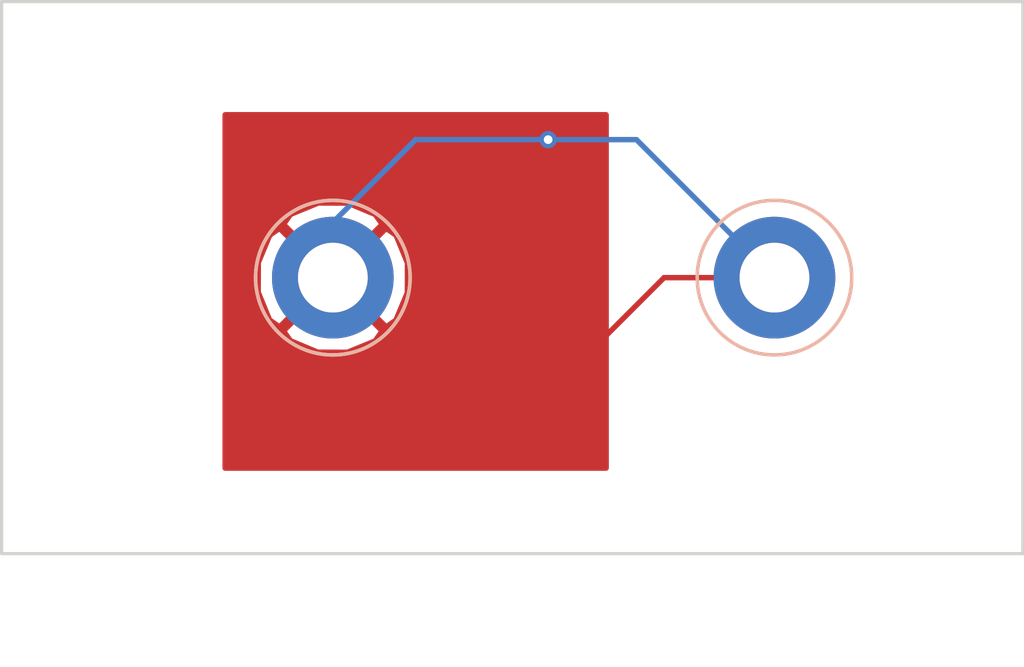
<source format=kicad_pcb>
(kicad_pcb (version 20171130) (host pcbnew "(5.0.0-rc2-dev-41-gce1bd4c-dirty)")

  (general
    (thickness 1.6)
    (drawings 5)
    (tracks 12)
    (zones 0)
    (modules 2)
    (nets 2)
  )

  (page A4)
  (layers
    (0 F.Cu signal)
    (31 B.Cu signal)
    (32 B.Adhes user)
    (33 F.Adhes user)
    (34 B.Paste user)
    (35 F.Paste user)
    (36 B.SilkS user)
    (37 F.SilkS user)
    (38 B.Mask user)
    (39 F.Mask user)
    (40 Dwgs.User user)
    (41 Cmts.User user)
    (42 Eco1.User user)
    (43 Eco2.User user)
    (44 Edge.Cuts user)
    (45 Margin user)
    (46 B.CrtYd user)
    (47 F.CrtYd user)
    (48 B.Fab user)
    (49 F.Fab user)
  )

  (setup
    (last_trace_width 0.25)
    (trace_clearance 0.2)
    (zone_clearance 0.508)
    (zone_45_only no)
    (trace_min 0.2)
    (segment_width 0.15)
    (edge_width 0.15)
    (via_size 0.8)
    (via_drill 0.4)
    (via_min_size 0.4)
    (via_min_drill 0.3)
    (uvia_size 0.3)
    (uvia_drill 0.1)
    (uvias_allowed no)
    (uvia_min_size 0.2)
    (uvia_min_drill 0.1)
    (pcb_text_width 0.3)
    (pcb_text_size 1.5 1.5)
    (mod_edge_width 0.3)
    (mod_text_size 1.5 1.5)
    (mod_text_width 0.15)
    (pad_size 0.8 1.2)
    (pad_drill 0.5)
    (pad_to_mask_clearance 0.2)
    (aux_axis_origin 0 0)
    (visible_elements 7FFFFFFF)
    (pcbplotparams
      (layerselection 0x010fc_ffffffff)
      (usegerberextensions false)
      (usegerberattributes false)
      (usegerberadvancedattributes false)
      (creategerberjobfile false)
      (excludeedgelayer true)
      (linewidth 0.100000)
      (plotframeref false)
      (viasonmask false)
      (mode 1)
      (useauxorigin false)
      (hpglpennumber 1)
      (hpglpenspeed 20)
      (hpglpendiameter 15)
      (psnegative false)
      (psa4output false)
      (plotreference true)
      (plotvalue true)
      (plotinvisibletext false)
      (padsonsilk false)
      (subtractmaskfromsilk false)
      (outputformat 1)
      (mirror false)
      (drillshape 1)
      (scaleselection 1)
      (outputdirectory ""))
  )

  (net 0 "")
  (net 1 GND)

  (net_class Default "This is the default net class."
    (clearance 0.2)
    (trace_width 0.25)
    (via_dia 0.8)
    (via_drill 0.4)
    (uvia_dia 0.3)
    (uvia_drill 0.1)
    (add_net GND)
  )

  (module a_ANCHORS:1pinD32 (layer F.Cu) (tedit 5A634090) (tstamp 5ABF96B6)
    (at 171.45 99.06)
    (path /5ABF8D65)
    (fp_text reference J2 (at 0 -4.699) (layer F.SilkS) hide
      (effects (font (size 1.00076 1.00076) (thickness 0.2032)))
    )
    (fp_text value HEADER_1 (at 0 4.953) (layer F.SilkS) hide
      (effects (font (size 1.00076 1.00076) (thickness 0.2032)))
    )
    (fp_circle (center 0 0) (end 0 3.556) (layer F.SilkS) (width 0.16))
    (fp_circle (center 0 0) (end 0 3.556) (layer B.SilkS) (width 0.16))
    (fp_circle (center 0 0) (end 0 1.524) (layer F.SilkS) (width 0.16))
    (fp_circle (center 0 0) (end 0 1.524) (layer B.SilkS) (width 0.16))
    (pad 1 thru_hole circle (at 0 0) (size 5.6 5.6) (drill 3.2004) (layers *.Cu *.Mask)
      (net 1 GND))
  )

  (module a_ANCHORS:1pinD32 (layer F.Cu) (tedit 5A634090) (tstamp 5ABF96AE)
    (at 151.13 99.06)
    (path /5ABF8CC8)
    (fp_text reference J1 (at 0 -4.699) (layer F.SilkS) hide
      (effects (font (size 1.00076 1.00076) (thickness 0.2032)))
    )
    (fp_text value HEADER_1 (at 0 4.953) (layer F.SilkS) hide
      (effects (font (size 1.00076 1.00076) (thickness 0.2032)))
    )
    (fp_circle (center 0 0) (end 0 1.524) (layer B.SilkS) (width 0.16))
    (fp_circle (center 0 0) (end 0 1.524) (layer F.SilkS) (width 0.16))
    (fp_circle (center 0 0) (end 0 3.556) (layer B.SilkS) (width 0.16))
    (fp_circle (center 0 0) (end 0 3.556) (layer F.SilkS) (width 0.16))
    (pad 1 thru_hole circle (at 0 0) (size 5.6 5.6) (drill 3.2004) (layers *.Cu *.Mask)
      (net 1 GND))
  )

  (gr_text "pcb.make(fuseCoppers=True)" (at 157.48 115.57) (layer Cmts.User)
    (effects (font (size 1.5 1.5) (thickness 0.3)))
  )
  (gr_line (start 135.89 86.36) (end 182.88 86.36) (angle 90) (layer Edge.Cuts) (width 0.15))
  (gr_line (start 135.89 111.76) (end 135.89 86.36) (angle 90) (layer Edge.Cuts) (width 0.15))
  (gr_line (start 182.88 111.76) (end 135.89 111.76) (angle 90) (layer Edge.Cuts) (width 0.15))
  (gr_line (start 182.88 86.36) (end 182.88 111.76) (angle 90) (layer Edge.Cuts) (width 0.15))

  (segment (start 161.036 93.98) (end 162.56 95.504) (width 0.25) (layer F.Cu) (net 1))
  (segment (start 161.036 92.71) (end 161.036 93.98) (width 0.25) (layer F.Cu) (net 1))
  (segment (start 154.94 92.71) (end 161.036 92.71) (width 0.25) (layer B.Cu) (net 1))
  (segment (start 165.1 92.71) (end 161.036 92.71) (width 0.25) (layer B.Cu) (net 1))
  (via (at 161.036 92.71) (size 0.8) (drill 0.4) (layers F.Cu B.Cu) (net 1))
  (segment (start 151.13 99.06) (end 156.21 104.14) (width 0.25) (layer F.Cu) (net 1) (status 400000))
  (segment (start 156.21 104.14) (end 161.29 104.14) (width 0.25) (layer F.Cu) (net 1) (tstamp 5ABF96CB))
  (segment (start 161.29 104.14) (end 166.37 99.06) (width 0.25) (layer F.Cu) (net 1) (tstamp 5ABF96CC))
  (segment (start 166.37 99.06) (end 171.45 99.06) (width 0.25) (layer F.Cu) (net 1) (tstamp 5ABF96CD) (status 800000))
  (segment (start 151.13 99.06) (end 151.13 96.52) (width 0.25) (layer B.Cu) (net 1) (status 400000))
  (segment (start 151.13 96.52) (end 154.94 92.71) (width 0.25) (layer B.Cu) (net 1) (tstamp 5ABF92D6))
  (segment (start 165.1 92.71) (end 171.45 99.06) (width 0.25) (layer B.Cu) (net 1) (tstamp 5ABF92DA) (status 800000))

  (zone (net 1) (net_name GND) (layer F.Cu) (tstamp 0) (hatch edge 0.508)
    (connect_pads (clearance 0.508))
    (min_thickness 0.254)
    (fill yes (arc_segments 16) (thermal_gap 0.508) (thermal_bridge_width 0.508))
    (polygon
      (pts
        (xy 146.05 91.44) (xy 163.83 91.44) (xy 163.83 107.95) (xy 146.05 107.95)
      )
    )
    (filled_polygon
      (pts
        (xy 163.703 107.823) (xy 146.177 107.823) (xy 146.177 101.51234) (xy 148.857265 101.51234) (xy 149.175501 101.966203)
        (xy 150.436434 102.492936) (xy 151.802956 102.497035) (xy 153.067027 101.977878) (xy 153.084499 101.966203) (xy 153.402735 101.51234)
        (xy 151.13 99.239605) (xy 148.857265 101.51234) (xy 146.177 101.51234) (xy 146.177 99.732956) (xy 147.692965 99.732956)
        (xy 148.212122 100.997027) (xy 148.223797 101.014499) (xy 148.67766 101.332735) (xy 150.950395 99.06) (xy 151.309605 99.06)
        (xy 153.58234 101.332735) (xy 154.036203 101.014499) (xy 154.562936 99.753566) (xy 154.567035 98.387044) (xy 154.047878 97.122973)
        (xy 154.036203 97.105501) (xy 153.58234 96.787265) (xy 151.309605 99.06) (xy 150.950395 99.06) (xy 148.67766 96.787265)
        (xy 148.223797 97.105501) (xy 147.697064 98.366434) (xy 147.692965 99.732956) (xy 146.177 99.732956) (xy 146.177 96.60766)
        (xy 148.857265 96.60766) (xy 151.13 98.880395) (xy 153.402735 96.60766) (xy 153.084499 96.153797) (xy 151.823566 95.627064)
        (xy 150.457044 95.622965) (xy 149.192973 96.142122) (xy 149.175501 96.153797) (xy 148.857265 96.60766) (xy 146.177 96.60766)
        (xy 146.177 91.567) (xy 163.703 91.567)
      )
    )
  )
)

</source>
